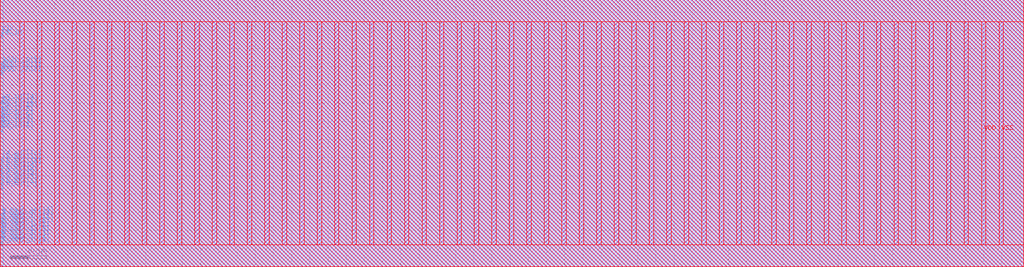
<source format=lef>
VERSION 5.7 ;
BUSBITCHARS "[]" ;
MACRO fakeram130_64x15
  FOREIGN fakeram130_64x15 0 0 ;
  SYMMETRY X Y R90 ;
  SIZE 281.060 BY 73.440 ;
  CLASS BLOCK ;
  PIN w_mask_in[0]
    DIRECTION INPUT ;
    USE SIGNAL ;
    SHAPE ABUTMENT ;
    PORT
      LAYER met3 ;
      RECT 0.000 5.850 0.800 6.150 ;
    END
  END w_mask_in[0]
  PIN w_mask_in[1]
    DIRECTION INPUT ;
    USE SIGNAL ;
    SHAPE ABUTMENT ;
    PORT
      LAYER met3 ;
      RECT 0.000 6.450 0.800 6.750 ;
    END
  END w_mask_in[1]
  PIN w_mask_in[2]
    DIRECTION INPUT ;
    USE SIGNAL ;
    SHAPE ABUTMENT ;
    PORT
      LAYER met3 ;
      RECT 0.000 7.050 0.800 7.350 ;
    END
  END w_mask_in[2]
  PIN w_mask_in[3]
    DIRECTION INPUT ;
    USE SIGNAL ;
    SHAPE ABUTMENT ;
    PORT
      LAYER met3 ;
      RECT 0.000 7.650 0.800 7.950 ;
    END
  END w_mask_in[3]
  PIN w_mask_in[4]
    DIRECTION INPUT ;
    USE SIGNAL ;
    SHAPE ABUTMENT ;
    PORT
      LAYER met3 ;
      RECT 0.000 8.250 0.800 8.550 ;
    END
  END w_mask_in[4]
  PIN w_mask_in[5]
    DIRECTION INPUT ;
    USE SIGNAL ;
    SHAPE ABUTMENT ;
    PORT
      LAYER met3 ;
      RECT 0.000 8.850 0.800 9.150 ;
    END
  END w_mask_in[5]
  PIN w_mask_in[6]
    DIRECTION INPUT ;
    USE SIGNAL ;
    SHAPE ABUTMENT ;
    PORT
      LAYER met3 ;
      RECT 0.000 9.450 0.800 9.750 ;
    END
  END w_mask_in[6]
  PIN w_mask_in[7]
    DIRECTION INPUT ;
    USE SIGNAL ;
    SHAPE ABUTMENT ;
    PORT
      LAYER met3 ;
      RECT 0.000 10.050 0.800 10.350 ;
    END
  END w_mask_in[7]
  PIN w_mask_in[8]
    DIRECTION INPUT ;
    USE SIGNAL ;
    SHAPE ABUTMENT ;
    PORT
      LAYER met3 ;
      RECT 0.000 10.650 0.800 10.950 ;
    END
  END w_mask_in[8]
  PIN w_mask_in[9]
    DIRECTION INPUT ;
    USE SIGNAL ;
    SHAPE ABUTMENT ;
    PORT
      LAYER met3 ;
      RECT 0.000 11.250 0.800 11.550 ;
    END
  END w_mask_in[9]
  PIN w_mask_in[10]
    DIRECTION INPUT ;
    USE SIGNAL ;
    SHAPE ABUTMENT ;
    PORT
      LAYER met3 ;
      RECT 0.000 11.850 0.800 12.150 ;
    END
  END w_mask_in[10]
  PIN w_mask_in[11]
    DIRECTION INPUT ;
    USE SIGNAL ;
    SHAPE ABUTMENT ;
    PORT
      LAYER met3 ;
      RECT 0.000 12.450 0.800 12.750 ;
    END
  END w_mask_in[11]
  PIN w_mask_in[12]
    DIRECTION INPUT ;
    USE SIGNAL ;
    SHAPE ABUTMENT ;
    PORT
      LAYER met3 ;
      RECT 0.000 13.050 0.800 13.350 ;
    END
  END w_mask_in[12]
  PIN w_mask_in[13]
    DIRECTION INPUT ;
    USE SIGNAL ;
    SHAPE ABUTMENT ;
    PORT
      LAYER met3 ;
      RECT 0.000 13.650 0.800 13.950 ;
    END
  END w_mask_in[13]
  PIN w_mask_in[14]
    DIRECTION INPUT ;
    USE SIGNAL ;
    SHAPE ABUTMENT ;
    PORT
      LAYER met3 ;
      RECT 0.000 14.250 0.800 14.550 ;
    END
  END w_mask_in[14]
  PIN rd_out[0]
    DIRECTION OUTPUT ;
    USE SIGNAL ;
    SHAPE ABUTMENT ;
    PORT
      LAYER met3 ;
      RECT 0.000 21.450 0.800 21.750 ;
    END
  END rd_out[0]
  PIN rd_out[1]
    DIRECTION OUTPUT ;
    USE SIGNAL ;
    SHAPE ABUTMENT ;
    PORT
      LAYER met3 ;
      RECT 0.000 22.050 0.800 22.350 ;
    END
  END rd_out[1]
  PIN rd_out[2]
    DIRECTION OUTPUT ;
    USE SIGNAL ;
    SHAPE ABUTMENT ;
    PORT
      LAYER met3 ;
      RECT 0.000 22.650 0.800 22.950 ;
    END
  END rd_out[2]
  PIN rd_out[3]
    DIRECTION OUTPUT ;
    USE SIGNAL ;
    SHAPE ABUTMENT ;
    PORT
      LAYER met3 ;
      RECT 0.000 23.250 0.800 23.550 ;
    END
  END rd_out[3]
  PIN rd_out[4]
    DIRECTION OUTPUT ;
    USE SIGNAL ;
    SHAPE ABUTMENT ;
    PORT
      LAYER met3 ;
      RECT 0.000 23.850 0.800 24.150 ;
    END
  END rd_out[4]
  PIN rd_out[5]
    DIRECTION OUTPUT ;
    USE SIGNAL ;
    SHAPE ABUTMENT ;
    PORT
      LAYER met3 ;
      RECT 0.000 24.450 0.800 24.750 ;
    END
  END rd_out[5]
  PIN rd_out[6]
    DIRECTION OUTPUT ;
    USE SIGNAL ;
    SHAPE ABUTMENT ;
    PORT
      LAYER met3 ;
      RECT 0.000 25.050 0.800 25.350 ;
    END
  END rd_out[6]
  PIN rd_out[7]
    DIRECTION OUTPUT ;
    USE SIGNAL ;
    SHAPE ABUTMENT ;
    PORT
      LAYER met3 ;
      RECT 0.000 25.650 0.800 25.950 ;
    END
  END rd_out[7]
  PIN rd_out[8]
    DIRECTION OUTPUT ;
    USE SIGNAL ;
    SHAPE ABUTMENT ;
    PORT
      LAYER met3 ;
      RECT 0.000 26.250 0.800 26.550 ;
    END
  END rd_out[8]
  PIN rd_out[9]
    DIRECTION OUTPUT ;
    USE SIGNAL ;
    SHAPE ABUTMENT ;
    PORT
      LAYER met3 ;
      RECT 0.000 26.850 0.800 27.150 ;
    END
  END rd_out[9]
  PIN rd_out[10]
    DIRECTION OUTPUT ;
    USE SIGNAL ;
    SHAPE ABUTMENT ;
    PORT
      LAYER met3 ;
      RECT 0.000 27.450 0.800 27.750 ;
    END
  END rd_out[10]
  PIN rd_out[11]
    DIRECTION OUTPUT ;
    USE SIGNAL ;
    SHAPE ABUTMENT ;
    PORT
      LAYER met3 ;
      RECT 0.000 28.050 0.800 28.350 ;
    END
  END rd_out[11]
  PIN rd_out[12]
    DIRECTION OUTPUT ;
    USE SIGNAL ;
    SHAPE ABUTMENT ;
    PORT
      LAYER met3 ;
      RECT 0.000 28.650 0.800 28.950 ;
    END
  END rd_out[12]
  PIN rd_out[13]
    DIRECTION OUTPUT ;
    USE SIGNAL ;
    SHAPE ABUTMENT ;
    PORT
      LAYER met3 ;
      RECT 0.000 29.250 0.800 29.550 ;
    END
  END rd_out[13]
  PIN rd_out[14]
    DIRECTION OUTPUT ;
    USE SIGNAL ;
    SHAPE ABUTMENT ;
    PORT
      LAYER met3 ;
      RECT 0.000 29.850 0.800 30.150 ;
    END
  END rd_out[14]
  PIN wd_in[0]
    DIRECTION INPUT ;
    USE SIGNAL ;
    SHAPE ABUTMENT ;
    PORT
      LAYER met3 ;
      RECT 0.000 37.050 0.800 37.350 ;
    END
  END wd_in[0]
  PIN wd_in[1]
    DIRECTION INPUT ;
    USE SIGNAL ;
    SHAPE ABUTMENT ;
    PORT
      LAYER met3 ;
      RECT 0.000 37.650 0.800 37.950 ;
    END
  END wd_in[1]
  PIN wd_in[2]
    DIRECTION INPUT ;
    USE SIGNAL ;
    SHAPE ABUTMENT ;
    PORT
      LAYER met3 ;
      RECT 0.000 38.250 0.800 38.550 ;
    END
  END wd_in[2]
  PIN wd_in[3]
    DIRECTION INPUT ;
    USE SIGNAL ;
    SHAPE ABUTMENT ;
    PORT
      LAYER met3 ;
      RECT 0.000 38.850 0.800 39.150 ;
    END
  END wd_in[3]
  PIN wd_in[4]
    DIRECTION INPUT ;
    USE SIGNAL ;
    SHAPE ABUTMENT ;
    PORT
      LAYER met3 ;
      RECT 0.000 39.450 0.800 39.750 ;
    END
  END wd_in[4]
  PIN wd_in[5]
    DIRECTION INPUT ;
    USE SIGNAL ;
    SHAPE ABUTMENT ;
    PORT
      LAYER met3 ;
      RECT 0.000 40.050 0.800 40.350 ;
    END
  END wd_in[5]
  PIN wd_in[6]
    DIRECTION INPUT ;
    USE SIGNAL ;
    SHAPE ABUTMENT ;
    PORT
      LAYER met3 ;
      RECT 0.000 40.650 0.800 40.950 ;
    END
  END wd_in[6]
  PIN wd_in[7]
    DIRECTION INPUT ;
    USE SIGNAL ;
    SHAPE ABUTMENT ;
    PORT
      LAYER met3 ;
      RECT 0.000 41.250 0.800 41.550 ;
    END
  END wd_in[7]
  PIN wd_in[8]
    DIRECTION INPUT ;
    USE SIGNAL ;
    SHAPE ABUTMENT ;
    PORT
      LAYER met3 ;
      RECT 0.000 41.850 0.800 42.150 ;
    END
  END wd_in[8]
  PIN wd_in[9]
    DIRECTION INPUT ;
    USE SIGNAL ;
    SHAPE ABUTMENT ;
    PORT
      LAYER met3 ;
      RECT 0.000 42.450 0.800 42.750 ;
    END
  END wd_in[9]
  PIN wd_in[10]
    DIRECTION INPUT ;
    USE SIGNAL ;
    SHAPE ABUTMENT ;
    PORT
      LAYER met3 ;
      RECT 0.000 43.050 0.800 43.350 ;
    END
  END wd_in[10]
  PIN wd_in[11]
    DIRECTION INPUT ;
    USE SIGNAL ;
    SHAPE ABUTMENT ;
    PORT
      LAYER met3 ;
      RECT 0.000 43.650 0.800 43.950 ;
    END
  END wd_in[11]
  PIN wd_in[12]
    DIRECTION INPUT ;
    USE SIGNAL ;
    SHAPE ABUTMENT ;
    PORT
      LAYER met3 ;
      RECT 0.000 44.250 0.800 44.550 ;
    END
  END wd_in[12]
  PIN wd_in[13]
    DIRECTION INPUT ;
    USE SIGNAL ;
    SHAPE ABUTMENT ;
    PORT
      LAYER met3 ;
      RECT 0.000 44.850 0.800 45.150 ;
    END
  END wd_in[13]
  PIN wd_in[14]
    DIRECTION INPUT ;
    USE SIGNAL ;
    SHAPE ABUTMENT ;
    PORT
      LAYER met3 ;
      RECT 0.000 45.450 0.800 45.750 ;
    END
  END wd_in[14]
  PIN addr_in[0]
    DIRECTION INPUT ;
    USE SIGNAL ;
    SHAPE ABUTMENT ;
    PORT
      LAYER met3 ;
      RECT 0.000 52.650 0.800 52.950 ;
    END
  END addr_in[0]
  PIN addr_in[1]
    DIRECTION INPUT ;
    USE SIGNAL ;
    SHAPE ABUTMENT ;
    PORT
      LAYER met3 ;
      RECT 0.000 53.250 0.800 53.550 ;
    END
  END addr_in[1]
  PIN addr_in[2]
    DIRECTION INPUT ;
    USE SIGNAL ;
    SHAPE ABUTMENT ;
    PORT
      LAYER met3 ;
      RECT 0.000 53.850 0.800 54.150 ;
    END
  END addr_in[2]
  PIN addr_in[3]
    DIRECTION INPUT ;
    USE SIGNAL ;
    SHAPE ABUTMENT ;
    PORT
      LAYER met3 ;
      RECT 0.000 54.450 0.800 54.750 ;
    END
  END addr_in[3]
  PIN addr_in[4]
    DIRECTION INPUT ;
    USE SIGNAL ;
    SHAPE ABUTMENT ;
    PORT
      LAYER met3 ;
      RECT 0.000 55.050 0.800 55.350 ;
    END
  END addr_in[4]
  PIN addr_in[5]
    DIRECTION INPUT ;
    USE SIGNAL ;
    SHAPE ABUTMENT ;
    PORT
      LAYER met3 ;
      RECT 0.000 55.650 0.800 55.950 ;
    END
  END addr_in[5]
  PIN we_in
    DIRECTION INPUT ;
    USE SIGNAL ;
    SHAPE ABUTMENT ;
    PORT
      LAYER met3 ;
      RECT 0.000 62.850 0.800 63.150 ;
    END
  END we_in
  PIN ce_in
    DIRECTION INPUT ;
    USE SIGNAL ;
    SHAPE ABUTMENT ;
    PORT
      LAYER met3 ;
      RECT 0.000 63.450 0.800 63.750 ;
    END
  END ce_in
  PIN clk
    DIRECTION INPUT ;
    USE SIGNAL ;
    SHAPE ABUTMENT ;
    PORT
      LAYER met3 ;
      RECT 0.000 64.050 0.800 64.350 ;
    END
  END clk
  PIN VSS
    DIRECTION INOUT ;
    USE GROUND ;
    PORT
      LAYER met4 ;
      RECT 5.400 6.000 6.600 67.440 ;
      RECT 15.000 6.000 16.200 67.440 ;
      RECT 24.600 6.000 25.800 67.440 ;
      RECT 34.200 6.000 35.400 67.440 ;
      RECT 43.800 6.000 45.000 67.440 ;
      RECT 53.400 6.000 54.600 67.440 ;
      RECT 63.000 6.000 64.200 67.440 ;
      RECT 72.600 6.000 73.800 67.440 ;
      RECT 82.200 6.000 83.400 67.440 ;
      RECT 91.800 6.000 93.000 67.440 ;
      RECT 101.400 6.000 102.600 67.440 ;
      RECT 111.000 6.000 112.200 67.440 ;
      RECT 120.600 6.000 121.800 67.440 ;
      RECT 130.200 6.000 131.400 67.440 ;
      RECT 139.800 6.000 141.000 67.440 ;
      RECT 149.400 6.000 150.600 67.440 ;
      RECT 159.000 6.000 160.200 67.440 ;
      RECT 168.600 6.000 169.800 67.440 ;
      RECT 178.200 6.000 179.400 67.440 ;
      RECT 187.800 6.000 189.000 67.440 ;
      RECT 197.400 6.000 198.600 67.440 ;
      RECT 207.000 6.000 208.200 67.440 ;
      RECT 216.600 6.000 217.800 67.440 ;
      RECT 226.200 6.000 227.400 67.440 ;
      RECT 235.800 6.000 237.000 67.440 ;
      RECT 245.400 6.000 246.600 67.440 ;
      RECT 255.000 6.000 256.200 67.440 ;
      RECT 264.600 6.000 265.800 67.440 ;
      RECT 274.200 6.000 275.400 67.440 ;
    END
  END VSS
  PIN VDD
    DIRECTION INOUT ;
    USE POWER ;
    PORT
      LAYER met4 ;
      RECT 10.200 6.000 11.400 67.440 ;
      RECT 19.800 6.000 21.000 67.440 ;
      RECT 29.400 6.000 30.600 67.440 ;
      RECT 39.000 6.000 40.200 67.440 ;
      RECT 48.600 6.000 49.800 67.440 ;
      RECT 58.200 6.000 59.400 67.440 ;
      RECT 67.800 6.000 69.000 67.440 ;
      RECT 77.400 6.000 78.600 67.440 ;
      RECT 87.000 6.000 88.200 67.440 ;
      RECT 96.600 6.000 97.800 67.440 ;
      RECT 106.200 6.000 107.400 67.440 ;
      RECT 115.800 6.000 117.000 67.440 ;
      RECT 125.400 6.000 126.600 67.440 ;
      RECT 135.000 6.000 136.200 67.440 ;
      RECT 144.600 6.000 145.800 67.440 ;
      RECT 154.200 6.000 155.400 67.440 ;
      RECT 163.800 6.000 165.000 67.440 ;
      RECT 173.400 6.000 174.600 67.440 ;
      RECT 183.000 6.000 184.200 67.440 ;
      RECT 192.600 6.000 193.800 67.440 ;
      RECT 202.200 6.000 203.400 67.440 ;
      RECT 211.800 6.000 213.000 67.440 ;
      RECT 221.400 6.000 222.600 67.440 ;
      RECT 231.000 6.000 232.200 67.440 ;
      RECT 240.600 6.000 241.800 67.440 ;
      RECT 250.200 6.000 251.400 67.440 ;
      RECT 259.800 6.000 261.000 67.440 ;
      RECT 269.400 6.000 270.600 67.440 ;
    END
  END VDD
  OBS
    LAYER met1 ;
    RECT 0 0 281.060 73.440 ;
    LAYER met2 ;
    RECT 0 0 281.060 73.440 ;
    LAYER met3 ;
    RECT 0.800 0 281.060 73.440 ;
    RECT 0 0.000 0.800 5.850 ;
    RECT 0 6.150 0.800 6.450 ;
    RECT 0 6.750 0.800 7.050 ;
    RECT 0 7.350 0.800 7.650 ;
    RECT 0 7.950 0.800 8.250 ;
    RECT 0 8.550 0.800 8.850 ;
    RECT 0 9.150 0.800 9.450 ;
    RECT 0 9.750 0.800 10.050 ;
    RECT 0 10.350 0.800 10.650 ;
    RECT 0 10.950 0.800 11.250 ;
    RECT 0 11.550 0.800 11.850 ;
    RECT 0 12.150 0.800 12.450 ;
    RECT 0 12.750 0.800 13.050 ;
    RECT 0 13.350 0.800 13.650 ;
    RECT 0 13.950 0.800 14.250 ;
    RECT 0 14.550 0.800 21.450 ;
    RECT 0 21.750 0.800 22.050 ;
    RECT 0 22.350 0.800 22.650 ;
    RECT 0 22.950 0.800 23.250 ;
    RECT 0 23.550 0.800 23.850 ;
    RECT 0 24.150 0.800 24.450 ;
    RECT 0 24.750 0.800 25.050 ;
    RECT 0 25.350 0.800 25.650 ;
    RECT 0 25.950 0.800 26.250 ;
    RECT 0 26.550 0.800 26.850 ;
    RECT 0 27.150 0.800 27.450 ;
    RECT 0 27.750 0.800 28.050 ;
    RECT 0 28.350 0.800 28.650 ;
    RECT 0 28.950 0.800 29.250 ;
    RECT 0 29.550 0.800 29.850 ;
    RECT 0 30.150 0.800 37.050 ;
    RECT 0 37.350 0.800 37.650 ;
    RECT 0 37.950 0.800 38.250 ;
    RECT 0 38.550 0.800 38.850 ;
    RECT 0 39.150 0.800 39.450 ;
    RECT 0 39.750 0.800 40.050 ;
    RECT 0 40.350 0.800 40.650 ;
    RECT 0 40.950 0.800 41.250 ;
    RECT 0 41.550 0.800 41.850 ;
    RECT 0 42.150 0.800 42.450 ;
    RECT 0 42.750 0.800 43.050 ;
    RECT 0 43.350 0.800 43.650 ;
    RECT 0 43.950 0.800 44.250 ;
    RECT 0 44.550 0.800 44.850 ;
    RECT 0 45.150 0.800 45.450 ;
    RECT 0 45.750 0.800 52.650 ;
    RECT 0 52.950 0.800 53.250 ;
    RECT 0 53.550 0.800 53.850 ;
    RECT 0 54.150 0.800 54.450 ;
    RECT 0 54.750 0.800 55.050 ;
    RECT 0 55.350 0.800 55.650 ;
    RECT 0 55.950 0.800 62.850 ;
    RECT 0 63.150 0.800 63.450 ;
    RECT 0 63.750 0.800 64.050 ;
    RECT 0 64.350 0.800 73.440 ;
    LAYER met4 ;
    RECT 0 0 281.060 6.000 ;
    RECT 0 67.440 281.060 73.440 ;
    RECT 0.000 6.000 5.400 67.440 ;
    RECT 6.600 6.000 10.200 67.440 ;
    RECT 11.400 6.000 15.000 67.440 ;
    RECT 16.200 6.000 19.800 67.440 ;
    RECT 21.000 6.000 24.600 67.440 ;
    RECT 25.800 6.000 29.400 67.440 ;
    RECT 30.600 6.000 34.200 67.440 ;
    RECT 35.400 6.000 39.000 67.440 ;
    RECT 40.200 6.000 43.800 67.440 ;
    RECT 45.000 6.000 48.600 67.440 ;
    RECT 49.800 6.000 53.400 67.440 ;
    RECT 54.600 6.000 58.200 67.440 ;
    RECT 59.400 6.000 63.000 67.440 ;
    RECT 64.200 6.000 67.800 67.440 ;
    RECT 69.000 6.000 72.600 67.440 ;
    RECT 73.800 6.000 77.400 67.440 ;
    RECT 78.600 6.000 82.200 67.440 ;
    RECT 83.400 6.000 87.000 67.440 ;
    RECT 88.200 6.000 91.800 67.440 ;
    RECT 93.000 6.000 96.600 67.440 ;
    RECT 97.800 6.000 101.400 67.440 ;
    RECT 102.600 6.000 106.200 67.440 ;
    RECT 107.400 6.000 111.000 67.440 ;
    RECT 112.200 6.000 115.800 67.440 ;
    RECT 117.000 6.000 120.600 67.440 ;
    RECT 121.800 6.000 125.400 67.440 ;
    RECT 126.600 6.000 130.200 67.440 ;
    RECT 131.400 6.000 135.000 67.440 ;
    RECT 136.200 6.000 139.800 67.440 ;
    RECT 141.000 6.000 144.600 67.440 ;
    RECT 145.800 6.000 149.400 67.440 ;
    RECT 150.600 6.000 154.200 67.440 ;
    RECT 155.400 6.000 159.000 67.440 ;
    RECT 160.200 6.000 163.800 67.440 ;
    RECT 165.000 6.000 168.600 67.440 ;
    RECT 169.800 6.000 173.400 67.440 ;
    RECT 174.600 6.000 178.200 67.440 ;
    RECT 179.400 6.000 183.000 67.440 ;
    RECT 184.200 6.000 187.800 67.440 ;
    RECT 189.000 6.000 192.600 67.440 ;
    RECT 193.800 6.000 197.400 67.440 ;
    RECT 198.600 6.000 202.200 67.440 ;
    RECT 203.400 6.000 207.000 67.440 ;
    RECT 208.200 6.000 211.800 67.440 ;
    RECT 213.000 6.000 216.600 67.440 ;
    RECT 217.800 6.000 221.400 67.440 ;
    RECT 222.600 6.000 226.200 67.440 ;
    RECT 227.400 6.000 231.000 67.440 ;
    RECT 232.200 6.000 235.800 67.440 ;
    RECT 237.000 6.000 240.600 67.440 ;
    RECT 241.800 6.000 245.400 67.440 ;
    RECT 246.600 6.000 250.200 67.440 ;
    RECT 251.400 6.000 255.000 67.440 ;
    RECT 256.200 6.000 259.800 67.440 ;
    RECT 261.000 6.000 264.600 67.440 ;
    RECT 265.800 6.000 269.400 67.440 ;
    RECT 270.600 6.000 274.200 67.440 ;
    RECT 275.400 6.000 281.060 67.440 ;
    LAYER OVERLAP ;
    RECT 0 0 281.060 73.440 ;
  END
END fakeram130_64x15

END LIBRARY

</source>
